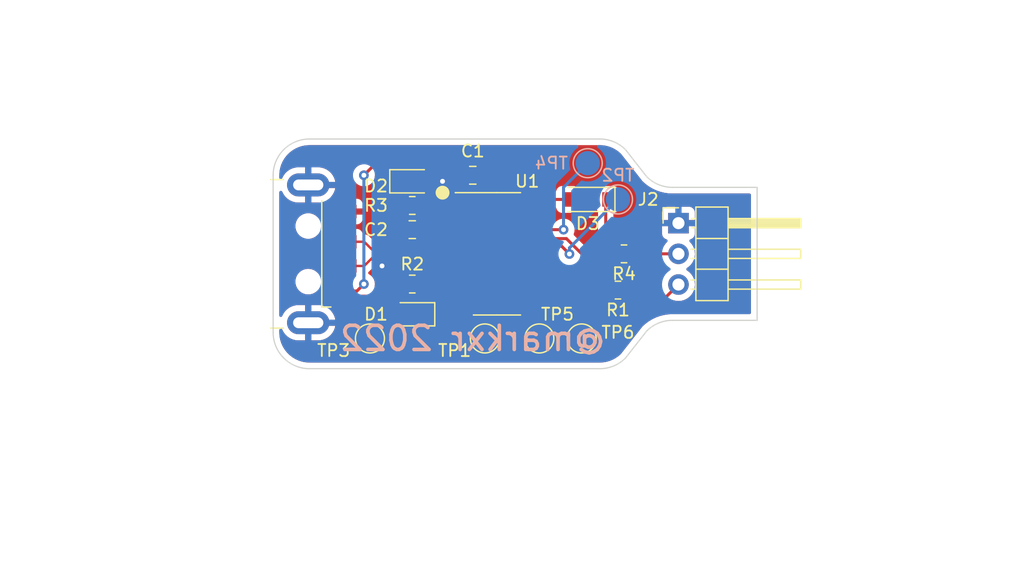
<source format=kicad_pcb>
(kicad_pcb (version 20211014) (generator pcbnew)
  (layers (0 "F.Cu" signal) (31 "B.Cu" signal) (34 "B.Paste" user) (35 "F.Paste" user) (36 "B.SilkS" user "B.Silkscreen") (37 "F.SilkS" user "F.Silkscreen") (38 "B.Mask" user) (39 "F.Mask" user) (44 "Edge.Cuts" user))
  (net 0 "")
  (net 1 "GND")
  (net 2 "/RCSIGNAL")
  (net 3 "Net-(C2-Pad1)")
  (net 4 "/D+")
  (net 5 "/D-")
  (net 9 "+5V")
  (net 10 "Net-(D3-Pad1)")
  (net 11 "Net-(TP1-Pad1)")
  (net 12 "Net-(TP2-Pad1)")
  (net 13 "Net-(TP3-Pad1)")
  (net 14 "Net-(TP5-Pad1)")
  (net 15 "/TXD")
  (net 16 "Net-(D1-Pad1)")
  (net 17 "Net-(D2-Pad1)")
  (net 18 "/VOUT")
  (net 19 "/RTS")
  (net 20 "Net-(TP6-Pad1)")
  (footprint "Resistor_SMD:R_0805_2012Metric_Pad1.20x1.40mm_HandSolder" (layer "F.Cu") (at 150.5 89.5 180)
    (fp_text reference "R3" (at 3 0) (layer "F.SilkS"))
    (fp_text value "1k")
    (fp_line (start -0.227064 0.735) (end 0.227064 0.735) (layer "F.SilkS") (width 0.12))
    (fp_line (start -0.227064 -0.735) (end 0.227064 -0.735) (layer "F.SilkS") (width 0.12))
    (pad "1" smd roundrect locked (at -1 0 180) (size 1.2 1.4) (layers "F.Cu" "F.Paste" "F.Mask") (roundrect_rratio 0.2083333333) (net 15 "/TXD"))
    (pad "2" smd roundrect locked (at 1 0 180) (size 1.2 1.4) (layers "F.Cu" "F.Paste" "F.Mask") (roundrect_rratio 0.2083333333) (net 17 "Net-(D2-Pad1)"))
  )
  (footprint "Package_SO:SOIC-16_3.9x9.9mm_P1.27mm" (layer "F.Cu") (at 157.5 93.5)
    (fp_text reference "U1" (at 2.5 -6) (layer "F.SilkS"))
    (fp_text value "CH340C")
    (fp_line (start 0 -5.06) (end 1.95 -5.06) (layer "F.SilkS") (width 0.12))
    (fp_line (start 0 5.06) (end 1.95 5.06) (layer "F.SilkS") (width 0.12))
    (fp_line (start 0 5.06) (end -1.95 5.06) (layer "F.SilkS") (width 0.12))
    (fp_line (start 0 -5.06) (end -3.45 -5.06) (layer "F.SilkS") (width 0.12))
    (pad "1" smd roundrect locked (at -2.475 -4.445) (size 1.95 0.6) (layers "F.Cu" "F.Paste" "F.Mask") (net 1 "GND"))
    (pad "2" smd roundrect locked (at -2.475 -3.175) (size 1.95 0.6) (layers "F.Cu" "F.Paste" "F.Mask") (net 15 "/TXD"))
    (pad "3" smd roundrect locked (at -2.475 -1.905) (size 1.95 0.6) (layers "F.Cu" "F.Paste" "F.Mask") (net 2 "/RCSIGNAL"))
    (pad "4" smd roundrect locked (at -2.475 -0.635) (size 1.95 0.6) (layers "F.Cu" "F.Paste" "F.Mask") (net 3 "Net-(C2-Pad1)"))
    (pad "5" smd roundrect locked (at -2.475 0.635) (size 1.95 0.6) (layers "F.Cu" "F.Paste" "F.Mask") (net 4 "/D+"))
    (pad "6" smd roundrect locked (at -2.475 1.905) (size 1.95 0.6) (layers "F.Cu" "F.Paste" "F.Mask") (net 5 "/D-"))
    (pad "7" smd roundrect locked (at -2.475 3.175) (size 1.95 0.6) (layers "F.Cu" "F.Paste" "F.Mask"))
    (pad "8" smd roundrect locked (at -2.475 4.445) (size 1.95 0.6) (layers "F.Cu" "F.Paste" "F.Mask"))
    (pad "9" smd roundrect locked (at 2.475 4.445) (size 1.95 0.6) (layers "F.Cu" "F.Paste" "F.Mask") (net 11 "Net-(TP1-Pad1)"))
    (pad "10" smd roundrect locked (at 2.475 3.175) (size 1.95 0.6) (layers "F.Cu" "F.Paste" "F.Mask") (net 13 "Net-(TP3-Pad1)"))
    (pad "11" smd roundrect locked (at 2.475 1.905) (size 1.95 0.6) (layers "F.Cu" "F.Paste" "F.Mask") (net 14 "Net-(TP5-Pad1)"))
    (pad "12" smd roundrect locked (at 2.475 0.635) (size 1.95 0.6) (layers "F.Cu" "F.Paste" "F.Mask") (net 20 "Net-(TP6-Pad1)"))
    (pad "13" smd roundrect locked (at 2.475 -0.635) (size 1.95 0.6) (layers "F.Cu" "F.Paste" "F.Mask") (net 12 "Net-(TP2-Pad1)"))
    (pad "14" smd roundrect locked (at 2.475 -1.905) (size 1.95 0.6) (layers "F.Cu" "F.Paste" "F.Mask") (net 19 "/RTS"))
    (pad "15" smd roundrect locked (at 2.475 -3.175) (size 1.95 0.6) (layers "F.Cu" "F.Paste" "F.Mask"))
    (pad "16" smd roundrect locked (at 2.475 -4.445) (size 1.95 0.6) (layers "F.Cu" "F.Paste" "F.Mask") (net 9 "+5V"))
  )
  (footprint "Connector_USB:USB_A_CNCTech_1001-011-01101_Horizontal" (layer "F.Cu") (at 135 93.5 180)
    (fp_text reference "J1" hide)
    (fp_text value "USB_A")
    (fp_line (start -8.02 -4.4) (end -8.775 -4.4) (layer "F.SilkS") (width 0.12))
    (fp_line (start -8.02 -4.4) (end -8.02 4.4) (layer "F.SilkS") (width 0.12))
    (fp_line (start -4.85 -6.145) (end -3.8 -6.145) (layer "F.SilkS") (width 0.12))
    (fp_line (start -4.85 6.145) (end -3.8 6.145) (layer "F.SilkS") (width 0.12))
    (pad "" np_thru_hole circle locked (at -6.9 -2.3 180) (size 1.1 1.1) (drill 1.1) (layers *.Cu *.Mask))
    (pad "" np_thru_hole circle locked (at -6.9 2.3 180) (size 1.1 1.1) (drill 1.1) (layers *.Cu *.Mask))
    (pad "1" smd rect locked (at -9.65 -3.5 180) (size 2.5 1.1) (layers "F.Cu" "F.Paste" "F.Mask") (net 9 "+5V"))
    (pad "2" smd rect locked (at -9.65 -1 180) (size 2.5 1.1) (layers "F.Cu" "F.Paste" "F.Mask") (net 5 "/D-"))
    (pad "3" smd rect locked (at -9.65 1 180) (size 2.5 1.1) (layers "F.Cu" "F.Paste" "F.Mask") (net 4 "/D+"))
    (pad "4" smd rect locked (at -9.65 3.5 180) (size 2.5 1.1) (layers "F.Cu" "F.Paste" "F.Mask") (net 1 "GND"))
    (pad "5" thru_hole oval locked (at -6.9 5.7 180) (size 3.5 1.9) (drill oval 2.5 0.9) (layers *.Cu *.Mask) (net 1 "GND"))
    (pad "5" thru_hole oval locked (at -6.9 -5.7 180) (size 3.5 1.9) (drill oval 2.5 0.9) (layers *.Cu *.Mask) (net 1 "GND"))
  )
  (footprint "TestPoint:TestPoint_Pad_D2.0mm" (layer "F.Cu") (at 164.5 100.5)
    (fp_text reference "TP6" (at 3 -0.5) (layer "F.SilkS"))
    (fp_text value "TP")
    (fp_circle (center 0 0) (end 0 1.2) (layer "F.SilkS") (width 0.12) (fill none))
    (pad "1" smd circle locked (at 0 0) (size 2 2) (layers "F.Cu" "F.Mask") (net 20 "Net-(TP6-Pad1)"))
  )
  (footprint "TestPoint:TestPoint_Pad_D2.0mm" (layer "F.Cu") (at 147 100.5)
    (fp_text reference "TP3" (at -3 1) (layer "F.SilkS"))
    (fp_text value "TP")
    (fp_circle (center 0 0) (end 0 1.2) (layer "F.SilkS") (width 0.12) (fill none))
    (pad "1" smd circle locked (at 0 0) (size 2 2) (layers "F.Cu" "F.Mask") (net 13 "Net-(TP3-Pad1)"))
  )
  (footprint "TestPoint:TestPoint_Pad_D2.0mm" (layer "F.Cu") (at 156.5 100.5)
    (fp_text reference "TP1" (at -2.5 1) (layer "F.SilkS"))
    (fp_text value "TP")
    (fp_circle (center 0 0) (end 0 1.2) (layer "F.SilkS") (width 0.12) (fill none))
    (pad "1" smd circle locked (at 0 0) (size 2 2) (layers "F.Cu" "F.Mask") (net 11 "Net-(TP1-Pad1)"))
  )
  (footprint "Capacitor_SMD:C_0805_2012Metric_Pad1.18x1.45mm_HandSolder" (layer "F.Cu") (at 155.5 87 180)
    (fp_text reference "C1" (at 0 2) (layer "F.SilkS"))
    (fp_text value "100n")
    (fp_line (start -0.261252 -0.735) (end 0.261252 -0.735) (layer "F.SilkS") (width 0.12))
    (fp_line (start -0.261252 0.735) (end 0.261252 0.735) (layer "F.SilkS") (width 0.12))
    (pad "1" smd roundrect locked (at -1.0375 0 180) (size 1.175 1.45) (layers "F.Cu" "F.Paste" "F.Mask") (roundrect_rratio 0.2127659574) (net 9 "+5V"))
    (pad "2" smd roundrect locked (at 1.0375 0 180) (size 1.175 1.45) (layers "F.Cu" "F.Paste" "F.Mask") (roundrect_rratio 0.2127659574) (net 1 "GND"))
  )
  (footprint "TestPoint:TestPoint_Pad_D2.0mm" (layer "F.Cu") (at 161 100.5)
    (fp_text reference "TP5" (at 1.5 -1.998) (layer "F.SilkS"))
    (fp_text value "TP")
    (fp_circle (center 0 0) (end 0 1.2) (layer "F.SilkS") (width 0.12) (fill none))
    (pad "1" smd circle locked (at 0 0) (size 2 2) (layers "F.Cu" "F.Mask") (net 14 "Net-(TP5-Pad1)"))
  )
  (footprint "Diode_SMD:D_SOD-123" (layer "F.Cu") (at 165 89 180)
    (fp_text reference "D3" (at 0 -2 180) (layer "F.SilkS"))
    (fp_text value "D_Schottky")
    (fp_line (start -2.25 -1) (end -2.25 1) (layer "F.SilkS") (width 0.12))
    (fp_line (start -2.25 1) (end 1.65 1) (layer "F.SilkS") (width 0.12))
    (fp_line (start -2.25 -1) (end 1.65 -1) (layer "F.SilkS") (width 0.12))
    (pad "1" smd rect locked (at -1.65 0 180) (size 0.9 1.2) (layers "F.Cu" "F.Paste" "F.Mask") (net 10 "Net-(D3-Pad1)"))
    (pad "2" smd rect locked (at 1.65 0 180) (size 0.9 1.2) (layers "F.Cu" "F.Paste" "F.Mask") (net 9 "+5V"))
  )
  (footprint "Resistor_SMD:R_0805_2012Metric_Pad1.20x1.40mm_HandSolder" (layer "F.Cu") (at 150.5 96)
    (fp_text reference "R2" (at 0 -1.65) (layer "F.SilkS"))
    (fp_text value "1k")
    (fp_line (start -0.227064 -0.735) (end 0.227064 -0.735) (layer "F.SilkS") (width 0.12))
    (fp_line (start -0.227064 0.735) (end 0.227064 0.735) (layer "F.SilkS") (width 0.12))
    (pad "1" smd roundrect locked (at -1 0) (size 1.2 1.4) (layers "F.Cu" "F.Paste" "F.Mask") (roundrect_rratio 0.2083333333) (net 1 "GND"))
    (pad "2" smd roundrect locked (at 1 0) (size 1.2 1.4) (layers "F.Cu" "F.Paste" "F.Mask") (roundrect_rratio 0.2083333333) (net 16 "Net-(D1-Pad1)"))
  )
  (footprint "LED_SMD:LED_0805_2012Metric_Pad1.15x1.40mm_HandSolder" (layer "F.Cu") (at 150.5 98.5 180)
    (fp_text reference "D1" (at 3 0) (layer "F.SilkS"))
    (fp_text value "LED")
    (fp_line (start -1.86 0.96) (end 1 0.96) (layer "F.SilkS") (width 0.12))
    (fp_line (start 1 -0.96) (end -1.86 -0.96) (layer "F.SilkS") (width 0.12))
    (fp_line (start -1.86 -0.96) (end -1.86 0.96) (layer "F.SilkS") (width 0.12))
    (pad "1" smd roundrect locked (at -1.025 0 180) (size 1.15 1.4) (layers "F.Cu" "F.Paste" "F.Mask") (roundrect_rratio 0.2173913043) (net 16 "Net-(D1-Pad1)"))
    (pad "2" smd roundrect locked (at 1.025 0 180) (size 1.15 1.4) (layers "F.Cu" "F.Paste" "F.Mask") (roundrect_rratio 0.2173913043) (net 9 "+5V"))
  )
  (footprint "Resistor_SMD:R_0805_2012Metric_Pad1.20x1.40mm_HandSolder" (layer "F.Cu") (at 167.5 96.5 180)
    (fp_text reference "R1" (at 0 -1.65) (layer "F.SilkS"))
    (fp_text value "4.7k")
    (fp_line (start -0.227064 0.735) (end 0.227064 0.735) (layer "F.SilkS") (width 0.12))
    (fp_line (start -0.227064 -0.735) (end 0.227064 -0.735) (layer "F.SilkS") (width 0.12))
    (pad "1" smd roundrect locked (at -1 0 180) (size 1.2 1.4) (layers "F.Cu" "F.Paste" "F.Mask") (roundrect_rratio 0.2083333333) (net 15 "/TXD"))
    (pad "2" smd roundrect locked (at 1 0 180) (size 1.2 1.4) (layers "F.Cu" "F.Paste" "F.Mask") (roundrect_rratio 0.2083333333) (net 2 "/RCSIGNAL"))
  )
  (footprint "LED_SMD:LED_0805_2012Metric_Pad1.15x1.40mm_HandSolder" (layer "F.Cu") (at 150.5 87.5)
    (fp_text reference "D2" (at -3 0.39) (layer "F.SilkS"))
    (fp_text value "LED")
    (fp_line (start 1 -0.96) (end -1.86 -0.96) (layer "F.SilkS") (width 0.12))
    (fp_line (start -1.86 0.96) (end 1 0.96) (layer "F.SilkS") (width 0.12))
    (fp_line (start -1.86 -0.96) (end -1.86 0.96) (layer "F.SilkS") (width 0.12))
    (pad "1" smd roundrect locked (at -1.025 0) (size 1.15 1.4) (layers "F.Cu" "F.Paste" "F.Mask") (roundrect_rratio 0.2173913043) (net 17 "Net-(D2-Pad1)"))
    (pad "2" smd roundrect locked (at 1.025 0) (size 1.15 1.4) (layers "F.Cu" "F.Paste" "F.Mask") (roundrect_rratio 0.2173913043) (net 9 "+5V"))
  )
  (footprint "Capacitor_SMD:C_0805_2012Metric_Pad1.18x1.45mm_HandSolder" (layer "F.Cu") (at 150.5 91.5 180)
    (fp_text reference "C2" (at 3 0) (layer "F.SilkS"))
    (fp_text value "100n")
    (fp_line (start -0.261252 -0.735) (end 0.261252 -0.735) (layer "F.SilkS") (width 0.12))
    (fp_line (start -0.261252 0.735) (end 0.261252 0.735) (layer "F.SilkS") (width 0.12))
    (pad "1" smd roundrect locked (at -1.0375 0 180) (size 1.175 1.45) (layers "F.Cu" "F.Paste" "F.Mask") (roundrect_rratio 0.2127659574) (net 3 "Net-(C2-Pad1)"))
    (pad "2" smd roundrect locked (at 1.0375 0 180) (size 1.175 1.45) (layers "F.Cu" "F.Paste" "F.Mask") (roundrect_rratio 0.2127659574) (net 1 "GND"))
  )
  (footprint "Resistor_SMD:R_0805_2012Metric_Pad1.20x1.40mm_HandSolder" (layer "F.Cu") (at 168 93.5 180)
    (fp_text reference "R4" (at 0 -1.65) (layer "F.SilkS"))
    (fp_text value "10R")
    (fp_line (start -0.227064 0.735) (end 0.227064 0.735) (layer "F.SilkS") (width 0.12))
    (fp_line (start -0.227064 -0.735) (end 0.227064 -0.735) (layer "F.SilkS") (width 0.12))
    (pad "1" smd roundrect locked (at -1 0 180) (size 1.2 1.4) (layers "F.Cu" "F.Paste" "F.Mask") (roundrect_rratio 0.2083333333) (net 18 "/VOUT"))
    (pad "2" smd roundrect locked (at 1 0 180) (size 1.2 1.4) (layers "F.Cu" "F.Paste" "F.Mask") (roundrect_rratio 0.2083333333) (net 10 "Net-(D3-Pad1)"))
  )
  (footprint "Connector_PinHeader_2.54mm:PinHeader_1x03_P2.54mm_Horizontal" (layer "F.Cu") (at 172.5 90.96)
    (fp_text reference "J2" (at -2.5 -1.96) (layer "F.SilkS"))
    (fp_text value "2.54mm male header")
    (fp_line (start -1.27 0) (end -1.27 -1.27) (layer "F.SilkS") (width 0.12))
    (fp_line (start 4.1 0.16) (end 10.1 0.16) (layer "F.SilkS") (width 0.12))
    (fp_line (start 4.1 -0.08) (end 10.1 -0.08) (layer "F.SilkS") (width 0.12))
    (fp_line (start 1.11 0.38) (end 1.44 0.38) (layer "F.SilkS") (width 0.12))
    (fp_line (start 10.1 5.46) (end 4.1 5.46) (layer "F.SilkS") (width 0.12))
    (fp_line (start 4.1 6.41) (end 4.1 -1.33) (layer "F.SilkS") (width 0.12))
    (fp_line (start 4.1 -1.33) (end 1.44 -1.33) (layer "F.SilkS") (width 0.12))
    (fp_line (start 1.042929 5.46) (end 1.44 5.46) (layer "F.SilkS") (width 0.12))
    (fp_line (start 1.44 -1.33) (end 1.44 6.41) (layer "F.SilkS") (width 0.12))
    (fp_line (start 4.1 -0.38) (end 10.1 -0.38) (layer "F.SilkS") (width 0.12))
    (fp_line (start 1.042929 2.16) (end 1.44 2.16) (layer "F.SilkS") (width 0.12))
    (fp_line (start 10.1 4.7) (end 10.1 5.46) (layer "F.SilkS") (width 0.12))
    (fp_line (start 1.042929 2.92) (end 1.44 2.92) (layer "F.SilkS") (width 0.12))
    (fp_line (start 4.1 2.16) (end 10.1 2.16) (layer "F.SilkS") (width 0.12))
    (fp_line (start 4.1 -0.2) (end 10.1 -0.2) (layer "F.SilkS") (width 0.12))
    (fp_line (start 1.11 -0.38) (end 1.44 -0.38) (layer "F.SilkS") (width 0.12))
    (fp_line (start -1.27 -1.27) (end 0 -1.27) (layer "F.SilkS") (width 0.12))
    (fp_line (start 4.1 0.04) (end 10.1 0.04) (layer "F.SilkS") (width 0.12))
    (fp_line (start 10.1 2.92) (end 4.1 2.92) (layer "F.SilkS") (width 0.12))
    (fp_line (start 4.1 0.28) (end 10.1 0.28) (layer "F.SilkS") (width 0.12))
    (fp_line (start 10.1 2.16) (end 10.1 2.92) (layer "F.SilkS") (width 0.12))
    (fp_line (start 1.44 6.41) (end 4.1 6.41) (layer "F.SilkS") (width 0.12))
    (fp_line (start 1.042929 4.7) (end 1.44 4.7) (layer "F.SilkS") (width 0.12))
    (fp_line (start 10.1 -0.38) (end 10.1 0.38) (layer "F.SilkS") (width 0.12))
    (fp_line (start 10.1 0.38) (end 4.1 0.38) (layer "F.SilkS") (width 0.12))
    (fp_line (start 1.44 1.27) (end 4.1 1.27) (layer "F.SilkS") (width 0.12))
    (fp_line (start 4.1 4.7) (end 10.1 4.7) (layer "F.SilkS") (width 0.12))
    (fp_line (start 4.1 -0.32) (end 10.1 -0.32) (layer "F.SilkS") (width 0.12))
    (fp_line (start 1.44 3.81) (end 4.1 3.81) (layer "F.SilkS") (width 0.12))
    (pad "1" thru_hole rect locked (at 0 0) (size 1.7 1.7) (drill 1) (layers *.Cu *.Mask) (net 1 "GND"))
    (pad "2" thru_hole oval locked (at 0 2.54) (size 1.7 1.7) (drill 1) (layers *.Cu *.Mask) (net 18 "/VOUT"))
    (pad "3" thru_hole oval locked (at 0 5.08) (size 1.7 1.7) (drill 1) (layers *.Cu *.Mask) (net 2 "/RCSIGNAL"))
  )
  (footprint "TestPoint:TestPoint_Pad_D2.0mm" (layer "B.Cu") (at 167.5 89 180)
    (fp_text reference "TP2" (at 0 1.998) (layer "B.SilkS") (effects (justify mirror)))
    (fp_text value "TP")
    (fp_circle (center 0 0) (end 0 -1.2) (layer "B.SilkS") (width 0.12) (fill none))
    (pad "1" smd circle locked (at 0 0 180) (size 2 2) (layers "B.Cu" "B.Mask") (net 12 "Net-(TP2-Pad1)"))
  )
  (footprint "TestPoint:TestPoint_Pad_D2.0mm" (layer "B.Cu") (at 165 86 180)
    (fp_text reference "TP4" (at 3 0) (layer "B.SilkS") (effects (justify mirror)))
    (fp_text value "TP")
    (fp_circle (center 0 0) (end 0 -1.2) (layer "B.SilkS") (width 0.12) (fill none))
    (pad "1" smd circle locked (at 0 0 180) (size 2 2) (layers "B.Cu" "B.Mask") (net 19 "/RTS"))
  )
  (gr_circle (center 153 88.44) (end 153.5 88.44) (layer "F.SilkS") (width 0.15) (fill solid))
  (gr_line (start 166 103) (end 142 103) (layer "Edge.Cuts") (width 0.1))
  (gr_arc (start 169.87868 99.87868) (mid 170.85195 99.228362) (end 172 99) (layer "Edge.Cuts") (width 0.1))
  (gr_line (start 139 100) (end 139 87) (layer "Edge.Cuts") (width 0.1))
  (gr_line (start 142 84) (end 166 84) (layer "Edge.Cuts") (width 0.1))
  (gr_arc (start 168.12132 102.12132) (mid 167.14805 102.771638) (end 166 103) (layer "Edge.Cuts") (width 0.1))
  (gr_arc (start 172 88) (mid 170.85195 87.771639) (end 169.87868 87.12132) (layer "Edge.Cuts") (width 0.1))
  (gr_line (start 168.12132 102.12132) (end 169.87868 99.87868) (layer "Edge.Cuts") (width 0.1))
  (gr_line (start 172 88) (end 179 88) (layer "Edge.Cuts") (width 0.1))
  (gr_arc (start 139 87) (mid 139.87868 84.87868) (end 142 84) (layer "Edge.Cuts") (width 0.1))
  (gr_line (start 168.12132 84.87868) (end 169.87868 87.12132) (layer "Edge.Cuts") (width 0.1))
  (gr_arc (start 166 84) (mid 167.14805 84.228361) (end 168.12132 84.87868) (layer "Edge.Cuts") (width 0.1))
  (gr_line (start 179 99) (end 172 99) (layer "Edge.Cuts") (width 0.1))
  (gr_arc (start 142 103) (mid 139.87868 102.12132) (end 139 100) (layer "Edge.Cuts") (width 0.1))
  (gr_line (start 179 88) (end 179 99) (layer "Edge.Cuts") (width 0.1))
  (gr_text "@markxr 2022" (at 155.5 100.5) (layer "B.SilkS") (effects (font (size 2 2) (thickness 0.3)) (justify mirror)))
  (segment (start 149.5 96) (end 148 94.5) (width 0.25) (layer "F.Cu") (net 1))
  (segment (start 155.025 89.055) (end 154.555 89.055) (width 0.25) (layer "F.Cu") (net 1))
  (segment (start 154.555 89.055) (end 153 87.5) (width 0.25) (layer "F.Cu") (net 1))
  (via (at 148 94.5) (size 0.8) (drill 0.4) (layers "F.Cu" "B.Cu") (net 1))
  (via (at 153 87.5) (size 0.8) (drill 0.4) (layers "F.Cu" "B.Cu") (net 1))
  (segment (start 166.5 96.5) (end 167.52452 97.52452) (width 0.25) (layer "F.Cu") (net 2))
  (segment (start 158.463928 93.5) (end 162 93.5) (width 0.25) (layer "F.Cu") (net 2))
  (segment (start 158.17548 93.211552) (end 158.463928 93.5) (width 0.25) (layer "F.Cu") (net 2))
  (segment (start 171.01548 97.52452) (end 172.5 96.04) (width 0.25) (layer "F.Cu") (net 2))
  (segment (start 162 93.5) (end 165 96.5) (width 0.25) (layer "F.Cu") (net 2))
  (segment (start 158.17548 93.17548) (end 158.17548 93.211552) (width 0.25) (layer "F.Cu") (net 2))
  (segment (start 155.025 91.595) (end 156.595 91.595) (width 0.25) (layer "F.Cu") (net 2))
  (segment (start 165 96.5) (end 166.5 96.5) (width 0.25) (layer "F.Cu") (net 2))
  (segment (start 156.595 91.595) (end 158.17548 93.17548) (width 0.25) (layer "F.Cu") (net 2))
  (segment (start 167.52452 97.52452) (end 171.01548 97.52452) (width 0.25) (layer "F.Cu") (net 2))
  (segment (start 152.9025 92.865) (end 155.025 92.865) (width 0.25) (layer "F.Cu") (net 3))
  (segment (start 151.5375 91.5) (end 152.9025 92.865) (width 0.25) (layer "F.Cu") (net 3))
  (segment (start 147.300001 93.275) (end 146.525001 92.5) (width 0.2) (layer "F.Cu") (net 4))
  (segment (start 146.525001 92.5) (end 144.65 92.5) (width 0.2) (layer "F.Cu") (net 4))
  (segment (start 150.891397 94.135) (end 150.031397 93.275) (width 0.2) (layer "F.Cu") (net 4))
  (segment (start 150.031397 93.275) (end 147.300001 93.275) (width 0.2) (layer "F.Cu") (net 4))
  (segment (start 155.025 94.135) (end 150.891397 94.135) (width 0.2) (layer "F.Cu") (net 4))
  (segment (start 146.525001 94.5) (end 144.65 94.5) (width 0.2) (layer "F.Cu") (net 5))
  (segment (start 150.513803 94.73452) (end 150.25048 94.471197) (width 0.2) (layer "F.Cu") (net 5))
  (segment (start 154.35452 94.73452) (end 150.513803 94.73452) (width 0.2) (layer "F.Cu") (net 5))
  (segment (start 150.25048 94.13048) (end 149.845 93.725) (width 0.2) (layer "F.Cu") (net 5))
  (segment (start 147.300001 93.725) (end 146.525001 94.5) (width 0.2) (layer "F.Cu") (net 5))
  (segment (start 150.25048 94.471197) (end 150.25048 94.13048) (width 0.2) (layer "F.Cu") (net 5))
  (segment (start 149.845 93.725) (end 147.300001 93.725) (width 0.2) (layer "F.Cu") (net 5))
  (segment (start 155.025 95.405) (end 154.35452 94.73452) (width 0.2) (layer "F.Cu") (net 5))
  (segment (start 147.5 86) (end 150.025 86) (width 0.25) (layer "F.Cu") (net 9))
  (segment (start 145.5 97) (end 146.5 96) (width 0.25) (layer "F.Cu") (net 9))
  (segment (start 160.03 89) (end 159.975 89.055) (width 0.25) (layer "F.Cu") (net 9))
  (segment (start 146.5 87) (end 147.5 86) (width 0.25) (layer "F.Cu") (net 9))
  (segment (start 155.48798 85.95048) (end 156.5375 87) (width 0.25) (layer "F.Cu") (net 9))
  (segment (start 158.5925 89.055) (end 159.975 89.055) (width 0.25) (layer "F.Cu") (net 9))
  (segment (start 163.35 89) (end 160.03 89) (width 0.25) (layer "F.Cu") (net 9))
  (segment (start 149.475 98.5) (end 147.975 97) (width 0.25) (layer "F.Cu") (net 9))
  (segment (start 144.65 97) (end 145.5 97) (width 0.25) (layer "F.Cu") (net 9))
  (segment (start 151.525 87.5) (end 153.07452 85.95048) (width 0.25) (layer "F.Cu") (net 9))
  (segment (start 147.975 97) (end 144.65 97) (width 0.25) (layer "F.Cu") (net 9))
  (segment (start 156.5375 87) (end 158.5925 89.055) (width 0.25) (layer "F.Cu") (net 9))
  (segment (start 150.025 86) (end 151.525 87.5) (width 0.25) (layer "F.Cu") (net 9))
  (segment (start 153.07452 85.95048) (end 155.48798 85.95048) (width 0.25) (layer "F.Cu") (net 9))
  (via (at 146.5 96) (size 0.8) (drill 0.4) (layers "F.Cu" "B.Cu") (net 9))
  (via (at 146.5 87) (size 0.8) (drill 0.4) (layers "F.Cu" "B.Cu") (net 9))
  (segment (start 146.5 96) (end 146.5 87) (width 0.25) (layer "B.Cu") (net 9))
  (segment (start 167 93.5) (end 166.4875 92.9875) (width 0.25) (layer "F.Cu") (net 10))
  (segment (start 166.4875 92.9875) (end 166.4875 89) (width 0.25) (layer "F.Cu") (net 10))
  (segment (start 156.5 100.5) (end 159.055 97.945) (width 0.25) (layer "F.Cu") (net 11))
  (segment (start 159.055 97.945) (end 159.975 97.945) (width 0.25) (layer "F.Cu") (net 11))
  (segment (start 162.840402 92.865) (end 159.975 92.865) (width 0.25) (layer "F.Cu") (net 12))
  (segment (start 163.487701 93.512299) (end 162.840402 92.865) (width 0.25) (layer "F.Cu") (net 12))
  (via (at 163.487701 93.512299) (size 0.8) (drill 0.4) (layers "F.Cu" "B.Cu") (net 12))
  (segment (start 163.487701 93.012299) (end 167.5 89) (width 0.25) (layer "B.Cu") (net 12))
  (segment (start 163.487701 93.512299) (end 163.487701 93.012299) (width 0.25) (layer "B.Cu") (net 12))
  (segment (start 153.556247 100.5) (end 147 100.5) (width 0.25) (layer "F.Cu") (net 13))
  (segment (start 159.975 96.675) (end 158.325 96.675) (width 0.25) (layer "F.Cu") (net 13))
  (segment (start 158.325 96.675) (end 155.824511 99.175489) (width 0.25) (layer "F.Cu") (net 13))
  (segment (start 155.824511 99.175489) (end 154.880758 99.175489) (width 0.25) (layer "F.Cu") (net 13))
  (segment (start 154.880758 99.175489) (end 153.556247 100.5) (width 0.25) (layer "F.Cu") (net 13))
  (segment (start 160.950069 100.5) (end 162 99.450069) (width 0.25) (layer "F.Cu") (net 14))
  (segment (start 162 96) (end 161.405 95.405) (width 0.25) (layer "F.Cu") (net 14))
  (segment (start 161.405 95.405) (end 159.975 95.405) (width 0.25) (layer "F.Cu") (net 14))
  (segment (start 162 99.450069) (end 162 96) (width 0.25) (layer "F.Cu") (net 14))
  (segment (start 161 100.5) (end 160.950069 100.5) (width 0.25) (layer "F.Cu") (net 14))
  (segment (start 152.325 90.325) (end 155.025 90.325) (width 0.25) (layer "F.Cu") (net 15))
  (segment (start 158.17548 91.67548) (end 158.17548 91.941552) (width 0.25) (layer "F.Cu") (net 15))
  (segment (start 166.087987 95.47548) (end 167.47548 95.47548) (width 0.25) (layer "F.Cu") (net 15))
  (segment (start 158.17548 91.941552) (end 158.474408 92.24048) (width 0.25) (layer "F.Cu") (net 15))
  (segment (start 158.474408 92.24048) (end 163.24048 92.24048) (width 0.25) (layer "F.Cu") (net 15))
  (segment (start 151.5 89.5) (end 152.325 90.325) (width 0.25) (layer "F.Cu") (net 15))
  (segment (start 164.97548 94.362973) (end 166.087987 95.47548) (width 0.25) (layer "F.Cu") (net 15))
  (segment (start 155.025 90.325) (end 156.825 90.325) (width 0.25) (layer "F.Cu") (net 15))
  (segment (start 167.47548 95.47548) (end 168.5 96.5) (width 0.25) (layer "F.Cu") (net 15))
  (segment (start 163.24048 92.24048) (end 164.97548 93.97548) (width 0.25) (layer "F.Cu") (net 15))
  (segment (start 156.825 90.325) (end 158.17548 91.67548) (width 0.25) (layer "F.Cu") (net 15))
  (segment (start 164.97548 93.97548) (end 164.97548 94.362973) (width 0.25) (layer "F.Cu") (net 15))
  (segment (start 151.5 96) (end 151.5 98.475) (width 0.25) (layer "F.Cu") (net 16))
  (segment (start 151.5 98.475) (end 151.525 98.5) (width 0.25) (layer "F.Cu") (net 16))
  (segment (start 149.475 87.5) (end 149.475 89.475) (width 0.25) (layer "F.Cu") (net 17))
  (segment (start 149.475 89.475) (end 149.5 89.5) (width 0.25) (layer "F.Cu") (net 17))
  (segment (start 172.5 93.5) (end 169 93.5) (width 0.25) (layer "F.Cu") (net 18))
  (segment (start 163 91.5) (end 160.07 91.5) (width 0.25) (layer "F.Cu") (net 19))
  (segment (start 160.07 91.5) (end 159.975 91.595) (width 0.25) (layer "F.Cu") (net 19))
  (via (at 163 91.5) (size 0.8) (drill 0.4) (layers "F.Cu" "B.Cu") (net 19))
  (segment (start 163 88) (end 165 86) (width 0.25) (layer "B.Cu") (net 19))
  (segment (start 163 91.5) (end 163 88) (width 0.25) (layer "B.Cu") (net 19))
  (segment (start 164.5 97.5) (end 164.5 100.5) (width 0.25) (layer "F.Cu") (net 20))
  (segment (start 161.135 94.135) (end 164.5 97.5) (width 0.25) (layer "F.Cu") (net 20))
  (segment (start 159.975 94.135) (end 161.135 94.135) (width 0.25) (layer "F.Cu") (net 20))
  (zone (net 1) (net_name "GND") (layers F&B.Cu) (connect_pads (clearance 0.508)) (min_thickness 0.254) (fill yes (thermal_gap 0.508) (thermal_bridge_width 0.508))
    (polygon (pts (xy 179 108) (xy 134.5 108) (xy 134.5 83.5) (xy 179 83.5)))
  )
)
</source>
